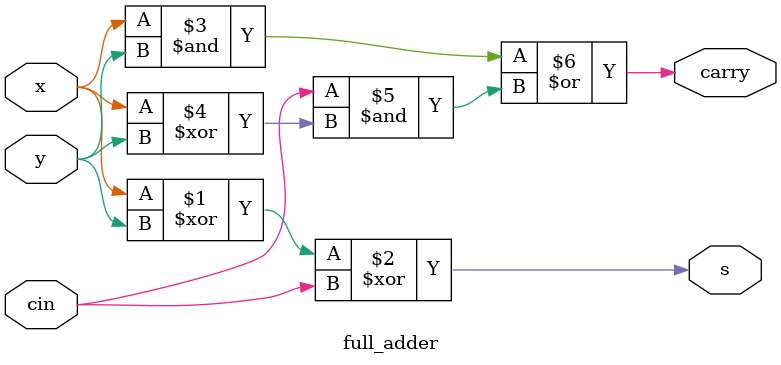
<source format=sv>
`timescale 1ns/1ps

module full_adder (
    input  logic x,
    input  logic y,
    input  logic cin,
    output logic s,
    output logic carry
);

    // Sum logic (3-input XOR)
    assign s = x ^ y ^ cin;

    // Carry logic
    assign carry = (x & y) | (cin & (x ^ y));

endmodule

</source>
